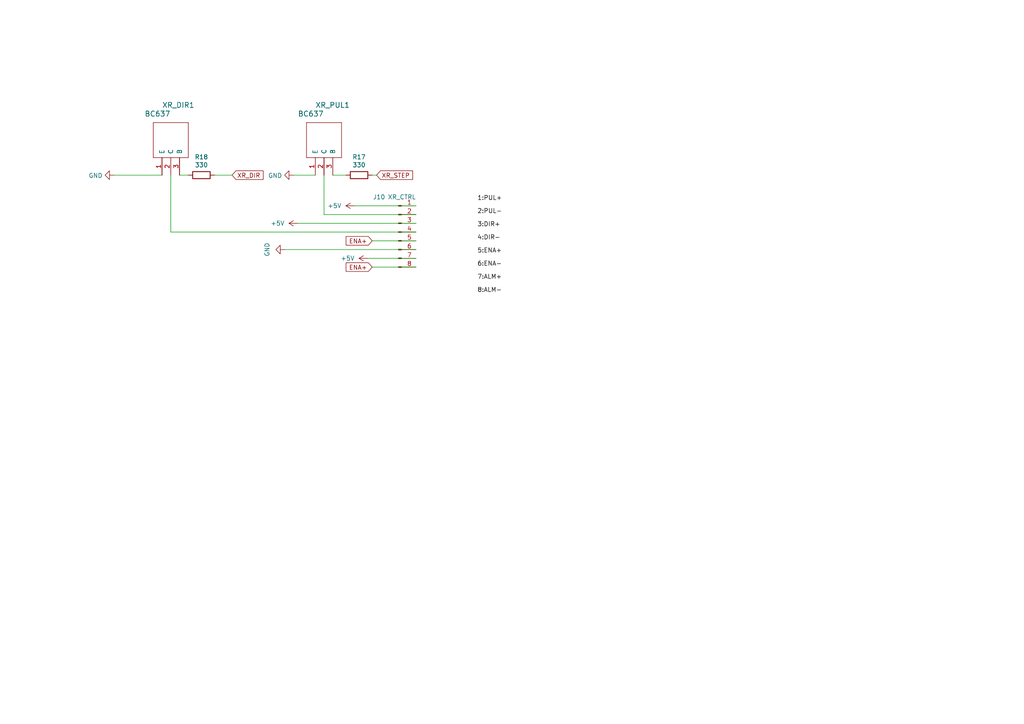
<source format=kicad_sch>
(kicad_sch (version 20211123) (generator eeschema)
  (paper "A4")
  (lib_symbols
    (symbol "Connector:Conn_01x08_Male" (pin_names (offset 1.016) hide)
      (property "Reference" "J" (at 0 10.16 0))
      (property "Value" "Conn_01x08_Male" (at 0 -12.7 0))
      (symbol "Conn_01x08_Male_1_1"
        (polyline (pts (xy 1.27 -10.16) (xy 0.8636 -10.16)) (stroke (width 0.1524)))
        (polyline (pts (xy 1.27 -7.62) (xy 0.8636 -7.62)) (stroke (width 0.1524)))
        (polyline (pts (xy 1.27 -5.08) (xy 0.8636 -5.08)) (stroke (width 0.1524)))
        (polyline (pts (xy 1.27 -2.54) (xy 0.8636 -2.54)) (stroke (width 0.1524)))
        (polyline (pts (xy 1.27 0) (xy 0.8636 0)) (stroke (width 0.1524)))
        (polyline (pts (xy 1.27 2.54) (xy 0.8636 2.54)) (stroke (width 0.1524)))
        (polyline (pts (xy 1.27 5.08) (xy 0.8636 5.08)) (stroke (width 0.1524)))
        (polyline (pts (xy 1.27 7.62) (xy 0.8636 7.62)) (stroke (width 0.1524)))
        (rectangle (start 0.8636 -10.033) (end 0 -10.287) (stroke (width 0.1524)) (fill (type outline)))
        (rectangle (start 0.8636 -7.493) (end 0 -7.747) (stroke (width 0.1524)) (fill (type outline)))
        (rectangle (start 0.8636 -4.953) (end 0 -5.207) (stroke (width 0.1524)) (fill (type outline)))
        (rectangle (start 0.8636 -2.413) (end 0 -2.667) (stroke (width 0.1524)) (fill (type outline)))
        (rectangle (start 0.8636 0.127) (end 0 -0.127) (stroke (width 0.1524)) (fill (type outline)))
        (rectangle (start 0.8636 2.667) (end 0 2.413) (stroke (width 0.1524)) (fill (type outline)))
        (rectangle (start 0.8636 5.207) (end 0 4.953) (stroke (width 0.1524)) (fill (type outline)))
        (rectangle (start 0.8636 7.747) (end 0 7.493) (stroke (width 0.1524)) (fill (type outline)))
        (pin passive line (at 5.08 7.62 180) (length 3.81) (name "Pin_1") (number "1"))
        (pin passive line (at 5.08 5.08 180) (length 3.81) (name "Pin_2") (number "2"))
        (pin passive line (at 5.08 2.54 180) (length 3.81) (name "Pin_3") (number "3"))
        (pin passive line (at 5.08 0 180) (length 3.81) (name "Pin_4") (number "4"))
        (pin passive line (at 5.08 -2.54 180) (length 3.81) (name "Pin_5") (number "5"))
        (pin passive line (at 5.08 -5.08 180) (length 3.81) (name "Pin_6") (number "6"))
        (pin passive line (at 5.08 -7.62 180) (length 3.81) (name "Pin_7") (number "7"))
        (pin passive line (at 5.08 -10.16 180) (length 3.81) (name "Pin_8") (number "8"))
      )
    )
    (symbol "Device:R" (pin_numbers hide) (pin_names (offset 0))
      (property "Reference" "R" (at 2.032 0 90))
      (property "Value" "R" (at 0 0 90))
      (symbol "R_0_1"
        (rectangle (start -1.016 -2.54) (end 1.016 2.54) (stroke (width 0.254)))
      )
      (symbol "R_1_1"
        (pin passive line (at 0 3.81 270) (length 1.27) (name "~") (number "1"))
        (pin passive line (at 0 -3.81 90) (length 1.27) (name "~") (number "2"))
      )
    )
    (symbol "cncBord3-rescue:BC637-slydif_standard" (pin_names (offset 1.016))
      (property "Reference" "U" (at 16.51 7.62 0))
      (property "Value" "BC637-slydif_standard" (at 16.51 5.08 0))
      (symbol "BC637-slydif_standard_1_0"
        (polyline (pts (xy 5.08 2.54) (xy 5.08 -7.62)))
        (polyline (pts (xy 5.08 2.54) (xy 15.24 2.54)))
        (polyline (pts (xy 15.24 -7.62) (xy 5.08 -7.62)))
        (polyline (pts (xy 15.24 -7.62) (xy 15.24 2.54)))
        (pin bidirectional line (at 0 0 0) (length 5.08) (name "E") (number "1"))
        (pin bidirectional line (at 0 -2.54 0) (length 5.08) (name "C") (number "2"))
        (pin bidirectional line (at 0 -5.08 0) (length 5.08) (name "B") (number "3"))
      )
    )
    (symbol "power:+5V" (power) (pin_names (offset 0))
      (property "Value" "+5V" (at 0 3.556 0))
      (symbol "+5V_0_1"
        (polyline (pts (xy -0.762 1.27) (xy 0 2.54)))
        (polyline (pts (xy 0 0) (xy 0 2.54)))
        (polyline (pts (xy 0 2.54) (xy 0.762 1.27)))
      )
      (symbol "+5V_1_1"
        (pin power_in line (at 0 0 90) (length 0) hide (name "+5V") (number "1"))
      )
    )
    (symbol "power:GND" (power) (pin_names (offset 0))
      (property "Value" "GND" (at 0 -3.81 0))
      (symbol "GND_0_1"
        (polyline (pts (xy 0 0) (xy 0 -1.27) (xy 1.27 -1.27) (xy 0 -2.54) (xy -1.27 -1.27) (xy 0 -1.27)))
      )
      (symbol "GND_1_1"
        (pin power_in line (at 0 0 270) (length 0) hide (name "GND") (number "1"))
      )
    )
  )
  (wire (pts (xy 107.95 69.85) (xy 120.65 69.85)))
  (wire (pts (xy 107.95 77.47) (xy 120.65 77.47)))
  (wire (pts (xy 54.61 50.8) (xy 52.07 50.8)))
  (wire (pts (xy 86.36 64.77) (xy 120.65 64.77)))
  (wire (pts (xy 102.87 59.69) (xy 120.65 59.69)))
  (wire (pts (xy 49.53 67.31) (xy 120.65 67.31)))
  (wire (pts (xy 67.31 50.8) (xy 62.23 50.8)))
  (wire (pts (xy 49.53 67.31) (xy 49.53 50.8)))
  (wire (pts (xy 100.33 50.8) (xy 96.52 50.8)))
  (wire (pts (xy 33.02 50.8) (xy 46.99 50.8)))
  (wire (pts (xy 109.22 50.8) (xy 107.95 50.8)))
  (wire (pts (xy 91.44 50.8) (xy 85.09 50.8)))
  (wire (pts (xy 82.55 72.39) (xy 120.65 72.39)))
  (wire (pts (xy 93.98 62.23) (xy 120.65 62.23)))
  (wire (pts (xy 106.68 74.93) (xy 120.65 74.93)))
  (wire (pts (xy 93.98 62.23) (xy 93.98 50.8)))
  (label "5:ENA+" (at 138.43 73.66 0))
  (label "2:PUL-" (at 138.43 62.23 0))
  (label "3:DIR+" (at 138.43 66.04 0))
  (label "1:PUL+" (at 138.43 58.42 0))
  (label "8:ALM-" (at 138.43 85.09 0))
  (label "6:ENA-" (at 138.43 77.47 0))
  (label "4:DIR-" (at 138.43 69.85 0))
  (label "7:ALM+" (at 138.43 81.28 0))
  (global_label "ENA+" (shape input) (at 107.95 69.85 180) (property "Intersheet References" "${INTERSHEET_REFS}" (effects hide)))
  (global_label "ENA+" (shape input) (at 107.95 77.47 180) (property "Intersheet References" "${INTERSHEET_REFS}" (effects hide)))
  (global_label "XR_STEP" (shape input) (at 109.22 50.8 0) (property "Intersheet References" "${INTERSHEET_REFS}" (effects hide)))
  (global_label "XR_DIR" (shape input) (at 67.31 50.8 0) (property "Intersheet References" "${INTERSHEET_REFS}" (effects hide)))
  (symbol (lib_id "Connector:Conn_01x08_Male") (at 115.57 67.31 0) (unit 1)
    (property "Reference" "J10" (at 111.76 57.15 0) (effects (justify right)))
    (property "Value" "XR_CTRL" (at 120.65 57.15 0) (effects (justify right)))
    (property "Footprint" "Connector_JST:JST_EH_B8B-EH-A_1x08_P2.50mm_Vertical" (effects hide))
  )
  (symbol (lib_id "power:GND") (at 33.02 50.8 270) (unit 1)
    (property "Reference" "#PWR0124" (effects hide))
    (property "Value" "GND" (at 29.7688 50.927 90) (effects (justify right)))
  )
  (symbol (lib_id "power:GND") (at 82.55 72.39 270) (unit 1)
    (property "Reference" "#PWR0121" (effects hide))
    (property "Value" "GND" (at 77.47 72.39 0))
  )
  (symbol (lib_id "power:GND") (at 85.09 50.8 270) (unit 1)
    (property "Reference" "#PWR0123" (effects hide))
    (property "Value" "GND" (at 81.8388 50.927 90) (effects (justify right)))
  )
  (symbol (lib_id "Device:R") (at 58.42 50.8 270) (unit 1)
    (property "Reference" "R18" (at 58.42 45.5422 90))
    (property "Value" "330" (at 58.42 47.8536 90))
    (property "Footprint" "Resistor_SMD:R_1210_3225Metric_Pad1.30x2.65mm_HandSolder" (effects hide))
  )
  (symbol (lib_id "Device:R") (at 104.14 50.8 270) (unit 1)
    (property "Reference" "R17" (at 104.14 45.5422 90))
    (property "Value" "330" (at 104.14 47.8536 90))
    (property "Footprint" "Resistor_SMD:R_1210_3225Metric_Pad1.30x2.65mm_HandSolder" (effects hide))
  )
  (symbol (lib_id "cncBord3-rescue:BC637-slydif_standard") (at 46.99 50.8 90) (unit 1)
    (property "Reference" "XR_DIR1" (at 46.99 30.48 90) (effects (font (size 1.4986 1.4986)) (justify right)))
    (property "Value" "BC637" (at 41.91 33.02 90) (effects (font (size 1.4986 1.4986)) (justify right)))
    (property "Footprint" "Package_TO_SOT_THT:TO-92_HandSolder" (effects hide))
  )
  (symbol (lib_id "cncBord3-rescue:BC637-slydif_standard") (at 91.44 50.8 90) (unit 1)
    (property "Reference" "XR_PUL1" (at 91.44 30.48 90) (effects (font (size 1.4986 1.4986)) (justify right)))
    (property "Value" "BC637" (at 86.36 33.02 90) (effects (font (size 1.4986 1.4986)) (justify right)))
    (property "Footprint" "Package_TO_SOT_THT:TO-92_HandSolder" (effects hide))
  )
  (symbol (lib_id "power:+5V") (at 102.87 59.69 90) (unit 1)
    (property "Reference" "#PWR0122" (effects hide))
    (property "Value" "+5V" (at 99.06 59.6899 90) (effects (justify left)))
  )
  (symbol (lib_id "power:+5V") (at 86.36 64.77 90) (unit 1)
    (property "Reference" "#PWR0125" (effects hide))
    (property "Value" "+5V" (at 82.55 64.7699 90) (effects (justify left)))
  )
  (symbol (lib_id "power:+5V") (at 106.68 74.93 90) (unit 1)
    (property "Reference" "#PWR0204" (effects hide))
    (property "Value" "+5V" (at 102.87 74.9299 90) (effects (justify left)))
  )
)
</source>
